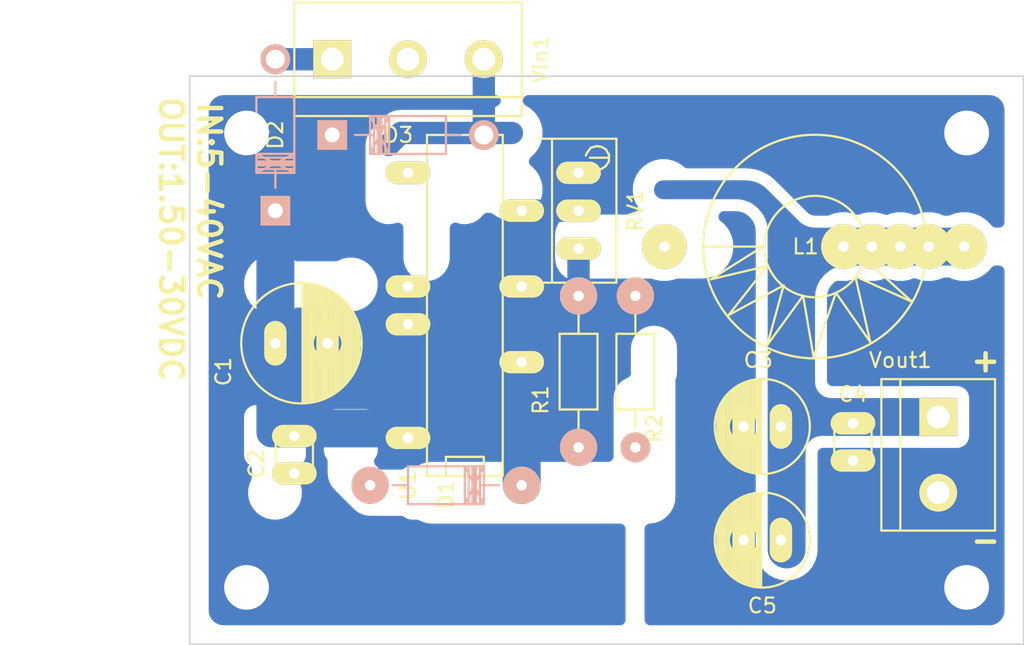
<source format=kicad_pcb>
(kicad_pcb (version 4) (host pcbnew "(after 2015-mar-04 BZR unknown)-product")

  (general
    (links 36)
    (no_connects 0)
    (area 85.28143 32.075 158.950046 77.69626)
    (thickness 1.6)
    (drawings 11)
    (tracks 10)
    (zones 0)
    (modules 23)
    (nets 10)
  )

  (page A4)
  (layers
    (0 F.Cu signal)
    (31 B.Cu signal)
    (32 B.Adhes user)
    (33 F.Adhes user)
    (34 B.Paste user)
    (35 F.Paste user)
    (36 B.SilkS user)
    (37 F.SilkS user)
    (38 B.Mask user)
    (39 F.Mask user)
    (40 Dwgs.User user)
    (41 Cmts.User user)
    (42 Eco1.User user)
    (43 Eco2.User user)
    (44 Edge.Cuts user)
    (45 Margin user)
    (46 B.CrtYd user)
    (47 F.CrtYd user)
    (48 B.Fab user)
    (49 F.Fab user hide)
  )

  (setup
    (last_trace_width 1.5)
    (trace_clearance 0.8)
    (zone_clearance 0.8)
    (zone_45_only no)
    (trace_min 0.7)
    (segment_width 0.2)
    (edge_width 0.1)
    (via_size 2)
    (via_drill 0.7)
    (via_min_size 1.5)
    (via_min_drill 0.3)
    (uvia_size 0.3)
    (uvia_drill 0.1)
    (uvias_allowed no)
    (uvia_min_size 0.2)
    (uvia_min_drill 0.1)
    (pcb_text_width 0.3)
    (pcb_text_size 1.5 1.5)
    (mod_edge_width 0.15)
    (mod_text_size 1 1)
    (mod_text_width 0.15)
    (pad_size 3 1.5)
    (pad_drill 0.7)
    (pad_to_mask_clearance 0)
    (aux_axis_origin 0 0)
    (grid_origin 101.6 71.12)
    (visible_elements 7FFEFF7F)
    (pcbplotparams
      (layerselection 0x01030_80000001)
      (usegerberextensions false)
      (excludeedgelayer true)
      (linewidth 0.100000)
      (plotframeref false)
      (viasonmask false)
      (mode 1)
      (useauxorigin false)
      (hpglpennumber 1)
      (hpglpenspeed 20)
      (hpglpendiameter 15)
      (hpglpenoverlay 2)
      (psnegative false)
      (psa4output false)
      (plotreference true)
      (plotvalue true)
      (plotinvisibletext false)
      (padsonsilk false)
      (subtractmaskfromsilk false)
      (outputformat 1)
      (mirror false)
      (drillshape 0)
      (scaleselection 1)
      (outputdirectory ""))
  )

  (net 0 "")
  (net 1 GND)
  (net 2 "Net-(C1-Pad1)")
  (net 3 "Net-(C3-Pad1)")
  (net 4 "Net-(D1-Pad2)")
  (net 5 "Net-(R1-Pad2)")
  (net 6 "Net-(R2-Pad1)")
  (net 7 "Net-(RV1-Pad2)")
  (net 8 "Net-(D2-Pad1)")
  (net 9 "Net-(D3-Pad1)")

  (net_class Default "This is the default net class."
    (clearance 0.8)
    (trace_width 1.5)
    (via_dia 2)
    (via_drill 0.7)
    (uvia_dia 0.3)
    (uvia_drill 0.1)
    (add_net GND)
    (add_net "Net-(C1-Pad1)")
    (add_net "Net-(C3-Pad1)")
    (add_net "Net-(D1-Pad2)")
    (add_net "Net-(D2-Pad1)")
    (add_net "Net-(D3-Pad1)")
    (add_net "Net-(R1-Pad2)")
    (add_net "Net-(R2-Pad1)")
    (add_net "Net-(RV1-Pad2)")
  )

  (module Connect:1pin (layer F.Cu) (tedit 5565C8D1) (tstamp 55677895)
    (at 145.415 48.26)
    (descr "module 1 pin (ou trou mecanique de percage)")
    (tags DEV)
    (fp_text reference REF** (at 0 -3.048) (layer F.SilkS) hide
      (effects (font (size 1 1) (thickness 0.15)))
    )
    (fp_text value 1pin (at 0 2.794) (layer F.Fab)
      (effects (font (size 1 1) (thickness 0.15)))
    )
    (pad 1 thru_hole circle (at 0 0) (size 2.99974 2.99974) (drill 0.7) (layers *.Cu *.Mask F.SilkS)
      (net 3 "Net-(C3-Pad1)"))
  )

  (module Connect:1pin (layer F.Cu) (tedit 5565C8C6) (tstamp 55677887)
    (at 147.32 48.26)
    (descr "module 1 pin (ou trou mecanique de percage)")
    (tags DEV)
    (fp_text reference REF** (at 0 -3.048) (layer F.SilkS) hide
      (effects (font (size 1 1) (thickness 0.15)))
    )
    (fp_text value 1pin (at 0 2.794) (layer F.Fab)
      (effects (font (size 1 1) (thickness 0.15)))
    )
    (pad 1 thru_hole circle (at 0 0) (size 2.99974 2.99974) (drill 0.7) (layers *.Cu *.Mask F.SilkS)
      (net 3 "Net-(C3-Pad1)"))
  )

  (module Connect:1pin (layer F.Cu) (tedit 5565C8BB) (tstamp 5567789A)
    (at 143.51 48.26)
    (descr "module 1 pin (ou trou mecanique de percage)")
    (tags DEV)
    (fp_text reference REF** (at 0 -3.048) (layer F.SilkS) hide
      (effects (font (size 1 1) (thickness 0.15)))
    )
    (fp_text value 1pin (at 0 2.794) (layer F.Fab)
      (effects (font (size 1 1) (thickness 0.15)))
    )
    (pad 1 thru_hole circle (at 0 0) (size 2.99974 2.99974) (drill 0.7) (layers *.Cu *.Mask F.SilkS)
      (net 3 "Net-(C3-Pad1)"))
  )

  (module Connect:1pin (layer F.Cu) (tedit 5565C8AF) (tstamp 5567789F)
    (at 141.605 48.26)
    (descr "module 1 pin (ou trou mecanique de percage)")
    (tags DEV)
    (fp_text reference REF** (at 0 -3.048) (layer F.SilkS) hide
      (effects (font (size 1 1) (thickness 0.15)))
    )
    (fp_text value 1pin (at 0 2.794) (layer F.Fab)
      (effects (font (size 1 1) (thickness 0.15)))
    )
    (pad 1 thru_hole circle (at 0 0) (size 2.99974 2.99974) (drill 0.7) (layers *.Cu *.Mask F.SilkS)
      (net 3 "Net-(C3-Pad1)"))
  )

  (module Diodes_ThroughHole:Diode_DO-41_SOD81_Horizontal_RM10 (layer B.Cu) (tedit 0) (tstamp 5567A31C)
    (at 112.420017 40.773579 180)
    (descr "Diode, DO-41, SOD81, Horizontal, RM 10mm,")
    (tags "Diode, DO-41, SOD81, Horizontal, RM 10mm, 1N4007, SB140,")
    (path /5564B2C0)
    (fp_text reference D3 (at 0.635 0 180) (layer F.SilkS)
      (effects (font (size 1 1) (thickness 0.15)))
    )
    (fp_text value D (at -1.016 3.556 180) (layer B.Fab)
      (effects (font (size 1 1) (thickness 0.15)) (justify mirror))
    )
    (fp_line (start -2.54 0) (end -3.556 0) (layer B.SilkS) (width 0.15))
    (fp_line (start 2.286 0) (end 3.556 0) (layer B.SilkS) (width 0.15))
    (fp_line (start 2.032 1.27) (end 2.032 -1.27) (layer B.SilkS) (width 0.15))
    (fp_line (start 1.778 1.27) (end 1.778 -1.27) (layer B.SilkS) (width 0.15))
    (fp_line (start 1.524 1.27) (end 1.524 -1.27) (layer B.SilkS) (width 0.15))
    (fp_line (start 2.286 1.27) (end 2.286 -1.27) (layer B.SilkS) (width 0.15))
    (fp_line (start 1.27 1.27) (end 2.54 -1.27) (layer B.SilkS) (width 0.15))
    (fp_line (start 2.54 1.27) (end 1.27 -1.27) (layer B.SilkS) (width 0.15))
    (fp_line (start 1.27 1.27) (end 1.27 -1.27) (layer B.SilkS) (width 0.15))
    (fp_line (start 1.905 1.27) (end 1.905 -1.27) (layer B.SilkS) (width 0.15))
    (fp_line (start 2.54 -1.27) (end 2.54 1.27) (layer B.SilkS) (width 0.15))
    (fp_line (start 2.54 1.27) (end -2.54 1.27) (layer B.SilkS) (width 0.15))
    (fp_line (start -2.54 1.27) (end -2.54 -1.27) (layer B.SilkS) (width 0.15))
    (fp_line (start -2.54 -1.27) (end 2.54 -1.27) (layer B.SilkS) (width 0.15))
    (pad 1 thru_hole circle (at -5.08 0 180) (size 1.99898 1.99898) (drill 1.27) (layers *.Cu *.Mask B.SilkS)
      (net 9 "Net-(D3-Pad1)"))
    (pad 2 thru_hole rect (at 5.08 0 180) (size 1.99898 1.99898) (drill 1.00076) (layers *.Cu *.Mask B.SilkS)
      (net 2 "Net-(C1-Pad1)"))
  )

  (module Mounting_Holes:MountingHole_3mm locked (layer F.Cu) (tedit 5532CFF2) (tstamp 5520B479)
    (at 149.86 40.64)
    (descr "Mounting hole, Befestigungsbohrung, 3mm, No Annular, Kein Restring,")
    (tags "Mounting hole, Befestigungsbohrung, 3mm, No Annular, Kein Restring,")
    (fp_text reference REF** (at 0 -4.0005) (layer F.SilkS) hide
      (effects (font (size 1 1) (thickness 0.15)))
    )
    (fp_text value MountingHole_3mm (at 0 -6.35) (layer F.Fab) hide
      (effects (font (size 1 1) (thickness 0.15)))
    )
    (fp_circle (center 0 0) (end 2.99974 0) (layer Cmts.User) (width 0.381))
    (pad 1 thru_hole circle (at 0 0) (size 2.99974 2.99974) (drill 2.99974) (layers B.Cu)
      (net 1 GND))
  )

  (module Diodes_ThroughHole:Diode_DO-41_SOD81_Horizontal_RM10 placed (layer B.Cu) (tedit 551FE7D7) (tstamp 551AFF1D)
    (at 114.960017 64.268579)
    (descr "Diode, DO-41, SOD81, Horizontal, RM 10mm,")
    (tags "Diode, DO-41, SOD81, Horizontal, RM 10mm, 1N4007, SB140,")
    (path /551AE766)
    (fp_text reference D1 (at 0 0.635 90) (layer F.SilkS)
      (effects (font (size 1 1) (thickness 0.15)))
    )
    (fp_text value D_Schottky (at 1.27 2.54) (layer B.Fab) hide
      (effects (font (size 1 1) (thickness 0.15)) (justify mirror))
    )
    (fp_line (start -2.54 0) (end -3.556 0) (layer B.SilkS) (width 0.15))
    (fp_line (start 2.286 0) (end 3.556 0) (layer B.SilkS) (width 0.15))
    (fp_line (start 2.032 1.27) (end 2.032 -1.27) (layer B.SilkS) (width 0.15))
    (fp_line (start 1.778 1.27) (end 1.778 -1.27) (layer B.SilkS) (width 0.15))
    (fp_line (start 1.524 1.27) (end 1.524 -1.27) (layer B.SilkS) (width 0.15))
    (fp_line (start 2.286 1.27) (end 2.286 -1.27) (layer B.SilkS) (width 0.15))
    (fp_line (start 1.27 1.27) (end 2.54 -1.27) (layer B.SilkS) (width 0.15))
    (fp_line (start 2.54 1.27) (end 1.27 -1.27) (layer B.SilkS) (width 0.15))
    (fp_line (start 1.27 1.27) (end 1.27 -1.27) (layer B.SilkS) (width 0.15))
    (fp_line (start 1.905 1.27) (end 1.905 -1.27) (layer B.SilkS) (width 0.15))
    (fp_line (start 2.54 -1.27) (end 2.54 1.27) (layer B.SilkS) (width 0.15))
    (fp_line (start 2.54 1.27) (end -2.54 1.27) (layer B.SilkS) (width 0.15))
    (fp_line (start -2.54 1.27) (end -2.54 -1.27) (layer B.SilkS) (width 0.15))
    (fp_line (start -2.54 -1.27) (end 2.54 -1.27) (layer B.SilkS) (width 0.15))
    (pad 1 thru_hole circle (at -5.08 0) (size 2.5 2.5) (drill 0.7) (layers *.Cu *.SilkS *.Mask)
      (net 1 GND))
    (pad 2 thru_hole circle (at 5.08 0) (size 2.5 2.5) (drill 0.7) (layers *.Cu *.SilkS *.Mask)
      (net 4 "Net-(D1-Pad2)"))
  )

  (module Choke_Toroid_ThroughHole:Choke_Toroid_horizontal_Diameter14mm_Amidon-T50 placed (layer F.Cu) (tedit 551DB0ED) (tstamp 551AFF23)
    (at 139.7 48.26)
    (descr "Choke, Inductance, Toroid, horizontal, laying, Diameter 14mm, Amidon T50,")
    (tags "Choke, Inductance, Toroid, horizontal, laying, Diameter 14mm, Amidon T50,")
    (path /551AE8A6)
    (fp_text reference L1 (at -0.635 0) (layer F.SilkS)
      (effects (font (size 1 1) (thickness 0.15)))
    )
    (fp_text value 220uH (at 9.652 -3.556) (layer F.Fab)
      (effects (font (size 1 1) (thickness 0.15)))
    )
    (fp_line (start -7.50062 0) (end -3.50012 0) (layer F.SilkS) (width 0.15))
    (fp_line (start -3.50012 0) (end -7.00024 2.19964) (layer F.SilkS) (width 0.15))
    (fp_line (start -7.00024 2.19964) (end -3.2004 1.30048) (layer F.SilkS) (width 0.15))
    (fp_line (start -3.2004 1.30048) (end -5.79882 4.59994) (layer F.SilkS) (width 0.15))
    (fp_line (start -5.79882 4.59994) (end -2.10058 2.60096) (layer F.SilkS) (width 0.15))
    (fp_line (start -2.10058 2.60096) (end -3.2004 6.59892) (layer F.SilkS) (width 0.15))
    (fp_line (start -3.2004 6.59892) (end -0.8001 3.29946) (layer F.SilkS) (width 0.15))
    (fp_line (start -0.8001 3.29946) (end -0.09906 7.39902) (layer F.SilkS) (width 0.15))
    (fp_line (start -0.09906 7.39902) (end 1.39954 3.0988) (layer F.SilkS) (width 0.15))
    (fp_line (start 1.39954 3.0988) (end 3.70078 6.4008) (layer F.SilkS) (width 0.15))
    (fp_line (start 3.70078 6.4008) (end 2.70002 1.99898) (layer F.SilkS) (width 0.15))
    (fp_line (start 2.70002 1.99898) (end 6.49986 3.70078) (layer F.SilkS) (width 0.15))
    (fp_line (start 6.49986 3.70078) (end 3.29946 0.8001) (layer F.SilkS) (width 0.15))
    (fp_line (start 3.29946 0.8001) (end 7.39902 1.09982) (layer F.SilkS) (width 0.15))
    (fp_line (start 7.39902 1.09982) (end 3.40106 -0.09906) (layer F.SilkS) (width 0.15))
    (fp_line (start 3.40106 -0.09906) (end 7.50062 0) (layer F.SilkS) (width 0.15))
    (fp_circle (center 0 0) (end 3.40106 0) (layer F.SilkS) (width 0.15))
    (fp_circle (center 0 0) (end 7.50062 0) (layer F.SilkS) (width 0.15))
    (fp_text user End (at 9.90092 2.54) (layer F.SilkS) hide
      (effects (font (size 1 1) (thickness 0.15)))
    )
    (fp_text user Start (at -10.16 -2.54) (layer F.SilkS) hide
      (effects (font (size 1 1) (thickness 0.15)))
    )
    (pad 1 thru_hole circle (at -10.09904 0) (size 2.99974 2.99974) (drill 0.7) (layers *.Cu *.Mask F.SilkS)
      (net 4 "Net-(D1-Pad2)"))
    (pad 2 thru_hole circle (at 9.99998 0) (size 2.99974 2.99974) (drill 0.7) (layers *.Cu *.Mask F.SilkS)
      (net 3 "Net-(C3-Pad1)"))
  )

  (module Resistors_ThroughHole:Resistor_Horizontal_RM10mm placed (layer F.Cu) (tedit 551EE762) (tstamp 551AFF35)
    (at 123.850017 56.648579 90)
    (descr "Resistor, Axial,  RM 10mm, 1/3W,")
    (tags "Resistor, Axial, RM 10mm, 1/3W,")
    (path /551AF772)
    (fp_text reference R1 (at -1.905 -2.54 90) (layer F.SilkS)
      (effects (font (size 1 1) (thickness 0.15)))
    )
    (fp_text value R (at -3.81 6.35 90) (layer F.Fab) hide
      (effects (font (size 1 1) (thickness 0.15)))
    )
    (fp_line (start -2.54 -1.27) (end 2.54 -1.27) (layer F.SilkS) (width 0.15))
    (fp_line (start 2.54 -1.27) (end 2.54 1.27) (layer F.SilkS) (width 0.15))
    (fp_line (start 2.54 1.27) (end -2.54 1.27) (layer F.SilkS) (width 0.15))
    (fp_line (start -2.54 1.27) (end -2.54 -1.27) (layer F.SilkS) (width 0.15))
    (fp_line (start -2.54 0) (end -3.81 0) (layer F.SilkS) (width 0.15))
    (fp_line (start 2.54 0) (end 3.81 0) (layer F.SilkS) (width 0.15))
    (pad 1 thru_hole circle (at -5.08 0 90) (size 2.5 2.5) (drill 0.7) (layers *.Cu *.SilkS *.Mask)
      (net 3 "Net-(C3-Pad1)"))
    (pad 2 thru_hole circle (at 5.08 0 90) (size 2.5 2.5) (drill 0.7) (layers *.Cu *.SilkS *.Mask)
      (net 5 "Net-(R1-Pad2)"))
    (model Resistors_ThroughHole.3dshapes/Resistor_Horizontal_RM10mm.wrl
      (at (xyz 0 0 0))
      (scale (xyz 0.4 0.4 0.4))
      (rotate (xyz 0 0 0))
    )
  )

  (module Potentiometers:Potentiometer_Bourns_3296W_3-8Zoll_Inline_ScrewUp placed (layer F.Cu) (tedit 551EE75F) (tstamp 551AFF42)
    (at 123.850017 43.313579 180)
    (descr "3296, 3/8, Square, Trimpot, Trimming, Potentiometer, Bourns")
    (tags "3296, 3/8, Square, Trimpot, Trimming, Potentiometer, Bourns")
    (path /551AF60F)
    (fp_text reference RV1 (at -3.81 -2.54 270) (layer F.SilkS)
      (effects (font (size 1 1) (thickness 0.15)))
    )
    (fp_text value POT (at 1.27 5.08 180) (layer F.Fab) hide
      (effects (font (size 1 1) (thickness 0.15)))
    )
    (fp_line (start -2.032 1.016) (end -0.762 1.016) (layer F.SilkS) (width 0.15))
    (fp_line (start -1.2827 0.2286) (end -1.5367 0.2667) (layer F.SilkS) (width 0.15))
    (fp_line (start -1.5367 0.2667) (end -1.8161 0.4445) (layer F.SilkS) (width 0.15))
    (fp_line (start -1.8161 0.4445) (end -2.032 0.762) (layer F.SilkS) (width 0.15))
    (fp_line (start -2.032 0.762) (end -2.0447 1.2065) (layer F.SilkS) (width 0.15))
    (fp_line (start -2.0447 1.2065) (end -1.8415 1.5621) (layer F.SilkS) (width 0.15))
    (fp_line (start -1.8415 1.5621) (end -1.5494 1.7399) (layer F.SilkS) (width 0.15))
    (fp_line (start -1.5494 1.7399) (end -1.2319 1.7907) (layer F.SilkS) (width 0.15))
    (fp_line (start -1.2319 1.7907) (end -0.8255 1.6891) (layer F.SilkS) (width 0.15))
    (fp_line (start -0.8255 1.6891) (end -0.5715 1.3462) (layer F.SilkS) (width 0.15))
    (fp_line (start -0.5715 1.3462) (end -0.4826 1.1684) (layer F.SilkS) (width 0.15))
    (fp_line (start 1.778 -7.366) (end 1.778 2.286) (layer F.SilkS) (width 0.15))
    (fp_line (start -1.27 2.286) (end -2.54 2.286) (layer F.SilkS) (width 0.15))
    (fp_line (start -2.54 2.286) (end -2.54 -7.366) (layer F.SilkS) (width 0.15))
    (fp_line (start -2.54 -7.366) (end 2.54 -7.366) (layer F.SilkS) (width 0.15))
    (fp_line (start 2.54 2.286) (end 0 2.286) (layer F.SilkS) (width 0.15))
    (fp_line (start 0 2.286) (end -1.27 2.286) (layer F.SilkS) (width 0.15))
    (pad 2 thru_hole oval (at 0 -2.54 180) (size 3 1.5) (drill 0.7) (layers *.Cu *.Mask F.SilkS)
      (net 7 "Net-(RV1-Pad2)"))
    (pad 3 thru_hole oval (at 0 -5.08 180) (size 3 1.5) (drill 0.7) (layers *.Cu *.Mask F.SilkS)
      (net 5 "Net-(R1-Pad2)"))
    (pad 1 thru_hole oval (at 0 0 180) (size 3 1.5) (drill 0.7) (layers *.Cu *.Mask F.SilkS)
      (net 6 "Net-(R2-Pad1)"))
    (model Potentiometers.3dshapes/Potentiometer_Bourns_3296W_3-8Zoll_Inline_ScrewUp.wrl
      (at (xyz 0 0 0))
      (scale (xyz 1 1 1))
      (rotate (xyz 0 0 0))
    )
  )

  (module Housings_DIP:DIP-16__300_ELL placed (layer F.Cu) (tedit 551EE750) (tstamp 551AFF56)
    (at 116.230017 52.203579 90)
    (descr "16 pins DIL package, elliptical pads")
    (tags DIL)
    (path /551AE710)
    (fp_text reference U1 (at -12.065 -3.81 90) (layer F.SilkS)
      (effects (font (size 1 1) (thickness 0.15)))
    )
    (fp_text value TL2575 (at 1.27 0 90) (layer F.Fab)
      (effects (font (size 1 1) (thickness 0.15)))
    )
    (fp_line (start -11.43 -1.27) (end -11.43 -1.27) (layer F.SilkS) (width 0.15))
    (fp_line (start -11.43 -1.27) (end -10.16 -1.27) (layer F.SilkS) (width 0.15))
    (fp_line (start -10.16 -1.27) (end -10.16 1.27) (layer F.SilkS) (width 0.15))
    (fp_line (start -10.16 1.27) (end -11.43 1.27) (layer F.SilkS) (width 0.15))
    (fp_line (start -11.43 -2.54) (end 11.43 -2.54) (layer F.SilkS) (width 0.15))
    (fp_line (start 11.43 -2.54) (end 11.43 2.54) (layer F.SilkS) (width 0.15))
    (fp_line (start 11.43 2.54) (end -11.43 2.54) (layer F.SilkS) (width 0.15))
    (fp_line (start -11.43 2.54) (end -11.43 -2.54) (layer F.SilkS) (width 0.15))
    (pad 3 thru_hole oval (at -3.81 3.81 180) (size 3 1.5) (drill 0.7) (layers *.Cu *.Mask F.SilkS)
      (net 4 "Net-(D1-Pad2)"))
    (pad 5 thru_hole oval (at 1.27 3.81 180) (size 3 1.5) (drill 0.7) (layers *.Cu *.Mask F.SilkS)
      (net 1 GND))
    (pad 7 thru_hole oval (at 6.35 3.81 180) (size 3 1.5) (drill 0.7) (layers *.Cu *.Mask F.SilkS)
      (net 7 "Net-(RV1-Pad2)"))
    (pad 9 thru_hole oval (at 8.89 -3.81 180) (size 3 1.5) (drill 0.7) (layers *.Cu *.Mask F.SilkS)
      (net 1 GND))
    (pad 12 thru_hole oval (at 1.27 -3.81 180) (size 3 1.5) (drill 0.7) (layers *.Cu *.Mask F.SilkS)
      (net 1 GND))
    (pad 13 thru_hole oval (at -1.27 -3.81 180) (size 3 1.5) (drill 0.7) (layers *.Cu *.Mask F.SilkS)
      (net 1 GND))
    (pad 16 thru_hole oval (at -8.89 -3.81 180) (size 3 1.5) (drill 0.7) (layers *.Cu *.Mask F.SilkS)
      (net 2 "Net-(C1-Pad1)"))
    (model Sockets_DIP.3dshapes/DIP-16__300_ELL.wrl
      (at (xyz 0 0 0))
      (scale (xyz 1 1 1))
      (rotate (xyz 0 0 0))
    )
  )

  (module Resistors_ThroughHole:Resistor_Horizontal_RM10mm (layer F.Cu) (tedit 5565CA61) (tstamp 551AFF3B)
    (at 127.660017 56.648579 270)
    (descr "Resistor, Axial,  RM 10mm, 1/3W,")
    (tags "Resistor, Axial, RM 10mm, 1/3W,")
    (path /551AF7F2)
    (fp_text reference R2 (at 3.81 -1.27 270) (layer F.SilkS)
      (effects (font (size 1 1) (thickness 0.15)))
    )
    (fp_text value R (at 3.81 3.81 270) (layer F.Fab) hide
      (effects (font (size 1 1) (thickness 0.15)))
    )
    (fp_line (start -2.54 -1.27) (end 2.54 -1.27) (layer F.SilkS) (width 0.15))
    (fp_line (start 2.54 -1.27) (end 2.54 1.27) (layer F.SilkS) (width 0.15))
    (fp_line (start 2.54 1.27) (end -2.54 1.27) (layer F.SilkS) (width 0.15))
    (fp_line (start -2.54 1.27) (end -2.54 -1.27) (layer F.SilkS) (width 0.15))
    (fp_line (start -2.54 0) (end -3.81 0) (layer F.SilkS) (width 0.15))
    (fp_line (start 2.54 0) (end 3.81 0) (layer F.SilkS) (width 0.15))
    (pad 1 thru_hole circle (at -5.08 0 270) (size 2.5 2.5) (drill 0.7) (layers *.Cu *.SilkS *.Mask)
      (net 6 "Net-(R2-Pad1)"))
    (pad 2 thru_hole circle (at 5.08 0 270) (size 2 2) (drill 0.7) (layers *.Cu *.SilkS *.Mask)
      (net 1 GND))
    (model Resistors_ThroughHole.3dshapes/Resistor_Horizontal_RM10mm.wrl
      (at (xyz 0 0 0))
      (scale (xyz 0.4 0.4 0.4))
      (rotate (xyz 0 0 0))
    )
  )

  (module Capacitors_ThroughHole:C_Radial_D8_L11.5_P3.5 (layer F.Cu) (tedit 551DB1A4) (tstamp 55223924)
    (at 103.530017 54.743579)
    (descr "Radial Electrolytic Capacitor Diameter 8mm x Length 11.5mm, Pitch 3.5mm")
    (tags "Electrolytic Capacitor")
    (path /551AED83)
    (fp_text reference C1 (at -3.485 1.905 90) (layer F.SilkS)
      (effects (font (size 1 1) (thickness 0.15)))
    )
    (fp_text value 3300uF (at 6.858 0.254 90) (layer F.Fab)
      (effects (font (size 1 1) (thickness 0.15)))
    )
    (fp_line (start 1.825 -3.999) (end 1.825 3.999) (layer F.SilkS) (width 0.15))
    (fp_line (start 1.965 -3.994) (end 1.965 3.994) (layer F.SilkS) (width 0.15))
    (fp_line (start 2.105 -3.984) (end 2.105 3.984) (layer F.SilkS) (width 0.15))
    (fp_line (start 2.245 -3.969) (end 2.245 3.969) (layer F.SilkS) (width 0.15))
    (fp_line (start 2.385 -3.949) (end 2.385 3.949) (layer F.SilkS) (width 0.15))
    (fp_line (start 2.525 -3.924) (end 2.525 -0.222) (layer F.SilkS) (width 0.15))
    (fp_line (start 2.525 0.222) (end 2.525 3.924) (layer F.SilkS) (width 0.15))
    (fp_line (start 2.665 -3.894) (end 2.665 -0.55) (layer F.SilkS) (width 0.15))
    (fp_line (start 2.665 0.55) (end 2.665 3.894) (layer F.SilkS) (width 0.15))
    (fp_line (start 2.805 -3.858) (end 2.805 -0.719) (layer F.SilkS) (width 0.15))
    (fp_line (start 2.805 0.719) (end 2.805 3.858) (layer F.SilkS) (width 0.15))
    (fp_line (start 2.945 -3.817) (end 2.945 -0.832) (layer F.SilkS) (width 0.15))
    (fp_line (start 2.945 0.832) (end 2.945 3.817) (layer F.SilkS) (width 0.15))
    (fp_line (start 3.085 -3.771) (end 3.085 -0.91) (layer F.SilkS) (width 0.15))
    (fp_line (start 3.085 0.91) (end 3.085 3.771) (layer F.SilkS) (width 0.15))
    (fp_line (start 3.225 -3.718) (end 3.225 -0.961) (layer F.SilkS) (width 0.15))
    (fp_line (start 3.225 0.961) (end 3.225 3.718) (layer F.SilkS) (width 0.15))
    (fp_line (start 3.365 -3.659) (end 3.365 -0.991) (layer F.SilkS) (width 0.15))
    (fp_line (start 3.365 0.991) (end 3.365 3.659) (layer F.SilkS) (width 0.15))
    (fp_line (start 3.505 -3.594) (end 3.505 -1) (layer F.SilkS) (width 0.15))
    (fp_line (start 3.505 1) (end 3.505 3.594) (layer F.SilkS) (width 0.15))
    (fp_line (start 3.645 -3.523) (end 3.645 -0.989) (layer F.SilkS) (width 0.15))
    (fp_line (start 3.645 0.989) (end 3.645 3.523) (layer F.SilkS) (width 0.15))
    (fp_line (start 3.785 -3.444) (end 3.785 -0.959) (layer F.SilkS) (width 0.15))
    (fp_line (start 3.785 0.959) (end 3.785 3.444) (layer F.SilkS) (width 0.15))
    (fp_line (start 3.925 -3.357) (end 3.925 -0.905) (layer F.SilkS) (width 0.15))
    (fp_line (start 3.925 0.905) (end 3.925 3.357) (layer F.SilkS) (width 0.15))
    (fp_line (start 4.065 -3.262) (end 4.065 -0.825) (layer F.SilkS) (width 0.15))
    (fp_line (start 4.065 0.825) (end 4.065 3.262) (layer F.SilkS) (width 0.15))
    (fp_line (start 4.205 -3.158) (end 4.205 -0.709) (layer F.SilkS) (width 0.15))
    (fp_line (start 4.205 0.709) (end 4.205 3.158) (layer F.SilkS) (width 0.15))
    (fp_line (start 4.345 -3.044) (end 4.345 -0.535) (layer F.SilkS) (width 0.15))
    (fp_line (start 4.345 0.535) (end 4.345 3.044) (layer F.SilkS) (width 0.15))
    (fp_line (start 4.485 -2.919) (end 4.485 -0.173) (layer F.SilkS) (width 0.15))
    (fp_line (start 4.485 0.173) (end 4.485 2.919) (layer F.SilkS) (width 0.15))
    (fp_line (start 4.625 -2.781) (end 4.625 2.781) (layer F.SilkS) (width 0.15))
    (fp_line (start 4.765 -2.629) (end 4.765 2.629) (layer F.SilkS) (width 0.15))
    (fp_line (start 4.905 -2.459) (end 4.905 2.459) (layer F.SilkS) (width 0.15))
    (fp_line (start 5.045 -2.268) (end 5.045 2.268) (layer F.SilkS) (width 0.15))
    (fp_line (start 5.185 -2.05) (end 5.185 2.05) (layer F.SilkS) (width 0.15))
    (fp_line (start 5.325 -1.794) (end 5.325 1.794) (layer F.SilkS) (width 0.15))
    (fp_line (start 5.465 -1.483) (end 5.465 1.483) (layer F.SilkS) (width 0.15))
    (fp_line (start 5.605 -1.067) (end 5.605 1.067) (layer F.SilkS) (width 0.15))
    (fp_line (start 5.745 -0.2) (end 5.745 0.2) (layer F.SilkS) (width 0.15))
    (fp_circle (center 3.5 0) (end 3.5 -1) (layer F.SilkS) (width 0.15))
    (fp_circle (center 1.75 0) (end 1.75 -4.0375) (layer F.SilkS) (width 0.15))
    (fp_circle (center 1.75 0) (end 1.75 -4.3) (layer F.CrtYd) (width 0.05))
    (pad 2 thru_hole oval (at 3.5 0 90) (size 3 1.5) (drill 0.7) (layers *.Cu *.Mask F.SilkS)
      (net 1 GND))
    (pad 1 thru_hole oval (at 0 0 90) (size 3 1.5) (drill 0.7) (layers *.Cu *.Mask F.SilkS)
      (net 2 "Net-(C1-Pad1)"))
    (model Capacitors_ThroughHole.3dshapes/C_Radial_D8_L11.5_P3.5.wrl
      (at (xyz 0 0 0))
      (scale (xyz 1 1 1))
      (rotate (xyz 0 0 0))
    )
  )

  (module Capacitors_ThroughHole:C_Radial_D6.3_L11.2_P2.5 (layer F.Cu) (tedit 551EE1DF) (tstamp 55223963)
    (at 137.414 60.325 180)
    (descr "Radial Electrolytic Capacitor, Diameter 6.3mm x Length 11.2mm, Pitch 2.5mm")
    (tags "Electrolytic Capacitor")
    (path /551AED38)
    (fp_text reference C3 (at 1.524 4.445 180) (layer F.SilkS)
      (effects (font (size 1 1) (thickness 0.15)))
    )
    (fp_text value 100uF (at -3.556 3.048 180) (layer F.Fab)
      (effects (font (size 1 1) (thickness 0.15)))
    )
    (fp_line (start 1.325 -3.149) (end 1.325 3.149) (layer F.SilkS) (width 0.15))
    (fp_line (start 1.465 -3.143) (end 1.465 3.143) (layer F.SilkS) (width 0.15))
    (fp_line (start 1.605 -3.13) (end 1.605 -0.446) (layer F.SilkS) (width 0.15))
    (fp_line (start 1.605 0.446) (end 1.605 3.13) (layer F.SilkS) (width 0.15))
    (fp_line (start 1.745 -3.111) (end 1.745 -0.656) (layer F.SilkS) (width 0.15))
    (fp_line (start 1.745 0.656) (end 1.745 3.111) (layer F.SilkS) (width 0.15))
    (fp_line (start 1.885 -3.085) (end 1.885 -0.789) (layer F.SilkS) (width 0.15))
    (fp_line (start 1.885 0.789) (end 1.885 3.085) (layer F.SilkS) (width 0.15))
    (fp_line (start 2.025 -3.053) (end 2.025 -0.88) (layer F.SilkS) (width 0.15))
    (fp_line (start 2.025 0.88) (end 2.025 3.053) (layer F.SilkS) (width 0.15))
    (fp_line (start 2.165 -3.014) (end 2.165 -0.942) (layer F.SilkS) (width 0.15))
    (fp_line (start 2.165 0.942) (end 2.165 3.014) (layer F.SilkS) (width 0.15))
    (fp_line (start 2.305 -2.968) (end 2.305 -0.981) (layer F.SilkS) (width 0.15))
    (fp_line (start 2.305 0.981) (end 2.305 2.968) (layer F.SilkS) (width 0.15))
    (fp_line (start 2.445 -2.915) (end 2.445 -0.998) (layer F.SilkS) (width 0.15))
    (fp_line (start 2.445 0.998) (end 2.445 2.915) (layer F.SilkS) (width 0.15))
    (fp_line (start 2.585 -2.853) (end 2.585 -0.996) (layer F.SilkS) (width 0.15))
    (fp_line (start 2.585 0.996) (end 2.585 2.853) (layer F.SilkS) (width 0.15))
    (fp_line (start 2.725 -2.783) (end 2.725 -0.974) (layer F.SilkS) (width 0.15))
    (fp_line (start 2.725 0.974) (end 2.725 2.783) (layer F.SilkS) (width 0.15))
    (fp_line (start 2.865 -2.704) (end 2.865 -0.931) (layer F.SilkS) (width 0.15))
    (fp_line (start 2.865 0.931) (end 2.865 2.704) (layer F.SilkS) (width 0.15))
    (fp_line (start 3.005 -2.616) (end 3.005 -0.863) (layer F.SilkS) (width 0.15))
    (fp_line (start 3.005 0.863) (end 3.005 2.616) (layer F.SilkS) (width 0.15))
    (fp_line (start 3.145 -2.516) (end 3.145 -0.764) (layer F.SilkS) (width 0.15))
    (fp_line (start 3.145 0.764) (end 3.145 2.516) (layer F.SilkS) (width 0.15))
    (fp_line (start 3.285 -2.404) (end 3.285 -0.619) (layer F.SilkS) (width 0.15))
    (fp_line (start 3.285 0.619) (end 3.285 2.404) (layer F.SilkS) (width 0.15))
    (fp_line (start 3.425 -2.279) (end 3.425 -0.38) (layer F.SilkS) (width 0.15))
    (fp_line (start 3.425 0.38) (end 3.425 2.279) (layer F.SilkS) (width 0.15))
    (fp_line (start 3.565 -2.136) (end 3.565 2.136) (layer F.SilkS) (width 0.15))
    (fp_line (start 3.705 -1.974) (end 3.705 1.974) (layer F.SilkS) (width 0.15))
    (fp_line (start 3.845 -1.786) (end 3.845 1.786) (layer F.SilkS) (width 0.15))
    (fp_line (start 3.985 -1.563) (end 3.985 1.563) (layer F.SilkS) (width 0.15))
    (fp_line (start 4.125 -1.287) (end 4.125 1.287) (layer F.SilkS) (width 0.15))
    (fp_line (start 4.265 -0.912) (end 4.265 0.912) (layer F.SilkS) (width 0.15))
    (fp_circle (center 2.5 0) (end 2.5 -1) (layer F.SilkS) (width 0.15))
    (fp_circle (center 1.25 0) (end 1.25 -3.1875) (layer F.SilkS) (width 0.15))
    (fp_circle (center 1.25 0) (end 1.25 -3.4) (layer F.CrtYd) (width 0.05))
    (pad 2 thru_hole oval (at 2.5 0 270) (size 3 1.5) (drill 0.7) (layers *.Cu *.Mask F.SilkS)
      (net 1 GND))
    (pad 1 thru_hole oval (at 0 0 270) (size 3 1.5) (drill 0.7) (layers *.Cu *.Mask F.SilkS)
      (net 3 "Net-(C3-Pad1)"))
    (model Capacitors_ThroughHole.3dshapes/C_Radial_D6.3_L11.2_P2.5.wrl
      (at (xyz 0 0 0))
      (scale (xyz 1 1 1))
      (rotate (xyz 0 0 0))
    )
  )

  (module Capacitors_ThroughHole:C_Disc_D3_P2.5 (layer F.Cu) (tedit 551DB191) (tstamp 5523D76D)
    (at 104.800017 60.966579 270)
    (descr "Capacitor 3mm Disc, Pitch 2.5mm")
    (tags Capacitor)
    (path /551AEDE2)
    (fp_text reference C2 (at 1.865 2.54 270) (layer F.SilkS)
      (effects (font (size 1 1) (thickness 0.15)))
    )
    (fp_text value 100nF (at 6.858 -0.254 360) (layer F.Fab)
      (effects (font (size 1 1) (thickness 0.15)))
    )
    (fp_line (start -0.9 -1.5) (end 3.4 -1.5) (layer F.CrtYd) (width 0.05))
    (fp_line (start 3.4 -1.5) (end 3.4 1.5) (layer F.CrtYd) (width 0.05))
    (fp_line (start 3.4 1.5) (end -0.9 1.5) (layer F.CrtYd) (width 0.05))
    (fp_line (start -0.9 1.5) (end -0.9 -1.5) (layer F.CrtYd) (width 0.05))
    (fp_line (start -0.25 -1.25) (end 2.75 -1.25) (layer F.SilkS) (width 0.15))
    (fp_line (start 2.75 1.25) (end -0.25 1.25) (layer F.SilkS) (width 0.15))
    (pad 1 thru_hole oval (at 0 0) (size 3 1.5) (drill 0.7) (layers *.Cu *.Mask F.SilkS)
      (net 2 "Net-(C1-Pad1)"))
    (pad 2 thru_hole oval (at 2.5 0) (size 3 1.5) (drill 0.7) (layers *.Cu *.Mask F.SilkS)
      (net 1 GND))
    (model Capacitors_ThroughHole.3dshapes/C_Disc_D3_P2.5.wrl
      (at (xyz 0.0492126 0 0))
      (scale (xyz 1 1 1))
      (rotate (xyz 0 0 0))
    )
  )

  (module Capacitors_ThroughHole:C_Disc_D3_P2.5 (layer F.Cu) (tedit 551DB1AC) (tstamp 5523D778)
    (at 142.24 60.111 270)
    (descr "Capacitor 3mm Disc, Pitch 2.5mm")
    (tags Capacitor)
    (path /551AEDA3)
    (fp_text reference C4 (at -1.945 0 360) (layer F.SilkS)
      (effects (font (size 1 1) (thickness 0.15)))
    )
    (fp_text value 100nF (at 1.016 -4.318 270) (layer F.Fab)
      (effects (font (size 1 1) (thickness 0.15)))
    )
    (fp_line (start -0.9 -1.5) (end 3.4 -1.5) (layer F.CrtYd) (width 0.05))
    (fp_line (start 3.4 -1.5) (end 3.4 1.5) (layer F.CrtYd) (width 0.05))
    (fp_line (start 3.4 1.5) (end -0.9 1.5) (layer F.CrtYd) (width 0.05))
    (fp_line (start -0.9 1.5) (end -0.9 -1.5) (layer F.CrtYd) (width 0.05))
    (fp_line (start -0.25 -1.25) (end 2.75 -1.25) (layer F.SilkS) (width 0.15))
    (fp_line (start 2.75 1.25) (end -0.25 1.25) (layer F.SilkS) (width 0.15))
    (pad 1 thru_hole oval (at 0 0) (size 3 1.5) (drill 0.7) (layers *.Cu *.Mask F.SilkS)
      (net 3 "Net-(C3-Pad1)"))
    (pad 2 thru_hole oval (at 2.5 0) (size 3 1.5) (drill 0.7) (layers *.Cu *.Mask F.SilkS)
      (net 1 GND))
    (model Capacitors_ThroughHole.3dshapes/C_Disc_D3_P2.5.wrl
      (at (xyz 0.0492126 0 0))
      (scale (xyz 1 1 1))
      (rotate (xyz 0 0 0))
    )
  )

  (module Mounting_Holes:MountingHole_3mm locked (layer F.Cu) (tedit 5532CFF9) (tstamp 5520B46E)
    (at 101.6 71.12)
    (descr "Mounting hole, Befestigungsbohrung, 3mm, No Annular, Kein Restring,")
    (tags "Mounting hole, Befestigungsbohrung, 3mm, No Annular, Kein Restring,")
    (fp_text reference REF** (at 0 3.81) (layer F.SilkS) hide
      (effects (font (size 1 1) (thickness 0.15)))
    )
    (fp_text value MountingHole_3mm (at 1.00076 5.00126) (layer F.Fab) hide
      (effects (font (size 1 1) (thickness 0.15)))
    )
    (fp_circle (center 0 0) (end 2.99974 0) (layer Cmts.User) (width 0.381))
    (pad 1 thru_hole circle (at 0 0) (size 2.99974 2.99974) (drill 2.99974) (layers B.Cu)
      (net 1 GND))
  )

  (module Mounting_Holes:MountingHole_3mm locked (layer F.Cu) (tedit 5532CFF0) (tstamp 5520B48F)
    (at 101.6 40.64)
    (descr "Mounting hole, Befestigungsbohrung, 3mm, No Annular, Kein Restring,")
    (tags "Mounting hole, Befestigungsbohrung, 3mm, No Annular, Kein Restring,")
    (fp_text reference REF** (at 0 -4.0005) (layer F.SilkS) hide
      (effects (font (size 1 1) (thickness 0.15)))
    )
    (fp_text value MountingHole_3mm (at 1.27 -6.35) (layer F.Fab) hide
      (effects (font (size 1 1) (thickness 0.15)))
    )
    (fp_circle (center 0 0) (end 2.99974 0) (layer Cmts.User) (width 0.381))
    (pad 1 thru_hole circle (at 0 0) (size 2.99974 2.99974) (drill 2.99974) (layers B.Cu)
      (net 1 GND))
  )

  (module Mounting_Holes:MountingHole_3mm locked (layer F.Cu) (tedit 5532CFF6) (tstamp 5520B49A)
    (at 149.86 71.12)
    (descr "Mounting hole, Befestigungsbohrung, 3mm, No Annular, Kein Restring,")
    (tags "Mounting hole, Befestigungsbohrung, 3mm, No Annular, Kein Restring,")
    (fp_text reference REF** (at 0 3.81) (layer F.SilkS) hide
      (effects (font (size 1 1) (thickness 0.15)))
    )
    (fp_text value MountingHole_3mm (at 1.00076 5.00126) (layer F.Fab) hide
      (effects (font (size 1 1) (thickness 0.15)))
    )
    (fp_circle (center 0 0) (end 2.99974 0) (layer Cmts.User) (width 0.381))
    (pad 1 thru_hole circle (at 0 0) (size 2.99974 2.99974) (drill 2.99974) (layers B.Cu)
      (net 1 GND))
  )

  (module Diodes_ThroughHole:Diode_DO-41_SOD81_Horizontal_RM10 (layer B.Cu) (tedit 0) (tstamp 5567A308)
    (at 103.530017 40.773579 270)
    (descr "Diode, DO-41, SOD81, Horizontal, RM 10mm,")
    (tags "Diode, DO-41, SOD81, Horizontal, RM 10mm, 1N4007, SB140,")
    (path /5564B16C)
    (fp_text reference D2 (at 0 0 270) (layer F.SilkS)
      (effects (font (size 1 1) (thickness 0.15)))
    )
    (fp_text value D (at -1.016 3.556 270) (layer B.Fab)
      (effects (font (size 1 1) (thickness 0.15)) (justify mirror))
    )
    (fp_line (start -2.54 0) (end -3.556 0) (layer B.SilkS) (width 0.15))
    (fp_line (start 2.286 0) (end 3.556 0) (layer B.SilkS) (width 0.15))
    (fp_line (start 2.032 1.27) (end 2.032 -1.27) (layer B.SilkS) (width 0.15))
    (fp_line (start 1.778 1.27) (end 1.778 -1.27) (layer B.SilkS) (width 0.15))
    (fp_line (start 1.524 1.27) (end 1.524 -1.27) (layer B.SilkS) (width 0.15))
    (fp_line (start 2.286 1.27) (end 2.286 -1.27) (layer B.SilkS) (width 0.15))
    (fp_line (start 1.27 1.27) (end 2.54 -1.27) (layer B.SilkS) (width 0.15))
    (fp_line (start 2.54 1.27) (end 1.27 -1.27) (layer B.SilkS) (width 0.15))
    (fp_line (start 1.27 1.27) (end 1.27 -1.27) (layer B.SilkS) (width 0.15))
    (fp_line (start 1.905 1.27) (end 1.905 -1.27) (layer B.SilkS) (width 0.15))
    (fp_line (start 2.54 -1.27) (end 2.54 1.27) (layer B.SilkS) (width 0.15))
    (fp_line (start 2.54 1.27) (end -2.54 1.27) (layer B.SilkS) (width 0.15))
    (fp_line (start -2.54 1.27) (end -2.54 -1.27) (layer B.SilkS) (width 0.15))
    (fp_line (start -2.54 -1.27) (end 2.54 -1.27) (layer B.SilkS) (width 0.15))
    (pad 1 thru_hole circle (at -5.08 0 270) (size 1.99898 1.99898) (drill 1.27) (layers *.Cu *.Mask B.SilkS)
      (net 8 "Net-(D2-Pad1)"))
    (pad 2 thru_hole rect (at 5.08 0 270) (size 1.99898 1.99898) (drill 1.00076) (layers *.Cu *.Mask B.SilkS)
      (net 2 "Net-(C1-Pad1)"))
  )

  (module Connect:bornier3 (layer F.Cu) (tedit 0) (tstamp 5564E62B)
    (at 112.420017 35.693579)
    (descr "Bornier d'alimentation 3 pins")
    (tags DEV)
    (path /5564AF0F)
    (fp_text reference Vin1 (at 8.89 0 270) (layer F.SilkS)
      (effects (font (size 1 1) (thickness 0.15)))
    )
    (fp_text value CONN_01X03 (at 0 5.08) (layer F.Fab)
      (effects (font (size 1 1) (thickness 0.15)))
    )
    (fp_line (start -7.62 3.81) (end -7.62 -3.81) (layer F.SilkS) (width 0.15))
    (fp_line (start 7.62 3.81) (end 7.62 -3.81) (layer F.SilkS) (width 0.15))
    (fp_line (start -7.62 2.54) (end 7.62 2.54) (layer F.SilkS) (width 0.15))
    (fp_line (start -7.62 -3.81) (end 7.62 -3.81) (layer F.SilkS) (width 0.15))
    (fp_line (start -7.62 3.81) (end 7.62 3.81) (layer F.SilkS) (width 0.15))
    (pad 1 thru_hole rect (at -5.08 0) (size 2.54 2.54) (drill 1.524) (layers *.Cu *.Mask F.SilkS)
      (net 8 "Net-(D2-Pad1)"))
    (pad 2 thru_hole circle (at 0 0) (size 2.54 2.54) (drill 1.524) (layers *.Cu *.Mask F.SilkS)
      (net 1 GND))
    (pad 3 thru_hole circle (at 5.08 0) (size 2.54 2.54) (drill 1.524) (layers *.Cu *.Mask F.SilkS)
      (net 9 "Net-(D3-Pad1)"))
    (model Connect.3dshapes/bornier3.wrl
      (at (xyz 0 0 0))
      (scale (xyz 1 1 1))
      (rotate (xyz 0 0 0))
    )
  )

  (module Connect:bornier2 (layer F.Cu) (tedit 0) (tstamp 5564E631)
    (at 147.955 62.23 270)
    (descr "Bornier d'alimentation 2 pins")
    (tags DEV)
    (path /551AF1CE)
    (fp_text reference Vout1 (at -6.35 2.54 360) (layer F.SilkS)
      (effects (font (size 1 1) (thickness 0.15)))
    )
    (fp_text value CONN_01X02 (at 0 5.08 270) (layer F.Fab)
      (effects (font (size 1 1) (thickness 0.15)))
    )
    (fp_line (start 5.08 2.54) (end -5.08 2.54) (layer F.SilkS) (width 0.15))
    (fp_line (start 5.08 3.81) (end 5.08 -3.81) (layer F.SilkS) (width 0.15))
    (fp_line (start 5.08 -3.81) (end -5.08 -3.81) (layer F.SilkS) (width 0.15))
    (fp_line (start -5.08 -3.81) (end -5.08 3.81) (layer F.SilkS) (width 0.15))
    (fp_line (start -5.08 3.81) (end 5.08 3.81) (layer F.SilkS) (width 0.15))
    (pad 1 thru_hole rect (at -2.54 0 270) (size 2.54 2.54) (drill 1.524) (layers *.Cu *.Mask F.SilkS)
      (net 3 "Net-(C3-Pad1)"))
    (pad 2 thru_hole circle (at 2.54 0 270) (size 2.54 2.54) (drill 1.524) (layers *.Cu *.Mask F.SilkS)
      (net 1 GND))
    (model Connect.3dshapes/bornier2.wrl
      (at (xyz 0 0 0))
      (scale (xyz 1 1 1))
      (rotate (xyz 0 0 0))
    )
  )

  (module Capacitors_ThroughHole:C_Radial_D6.3_L11.2_P2.5 (layer F.Cu) (tedit 5565CB27) (tstamp 55677B99)
    (at 137.414 67.945 180)
    (descr "Radial Electrolytic Capacitor, Diameter 6.3mm x Length 11.2mm, Pitch 2.5mm")
    (tags "Electrolytic Capacitor")
    (path /5565CBDE)
    (fp_text reference C5 (at 1.25 -4.4 180) (layer F.SilkS)
      (effects (font (size 1 1) (thickness 0.15)))
    )
    (fp_text value 100uF (at 1.25 4.4 180) (layer F.Fab)
      (effects (font (size 1 1) (thickness 0.15)))
    )
    (fp_line (start 1.325 -3.149) (end 1.325 3.149) (layer F.SilkS) (width 0.15))
    (fp_line (start 1.465 -3.143) (end 1.465 3.143) (layer F.SilkS) (width 0.15))
    (fp_line (start 1.605 -3.13) (end 1.605 -0.446) (layer F.SilkS) (width 0.15))
    (fp_line (start 1.605 0.446) (end 1.605 3.13) (layer F.SilkS) (width 0.15))
    (fp_line (start 1.745 -3.111) (end 1.745 -0.656) (layer F.SilkS) (width 0.15))
    (fp_line (start 1.745 0.656) (end 1.745 3.111) (layer F.SilkS) (width 0.15))
    (fp_line (start 1.885 -3.085) (end 1.885 -0.789) (layer F.SilkS) (width 0.15))
    (fp_line (start 1.885 0.789) (end 1.885 3.085) (layer F.SilkS) (width 0.15))
    (fp_line (start 2.025 -3.053) (end 2.025 -0.88) (layer F.SilkS) (width 0.15))
    (fp_line (start 2.025 0.88) (end 2.025 3.053) (layer F.SilkS) (width 0.15))
    (fp_line (start 2.165 -3.014) (end 2.165 -0.942) (layer F.SilkS) (width 0.15))
    (fp_line (start 2.165 0.942) (end 2.165 3.014) (layer F.SilkS) (width 0.15))
    (fp_line (start 2.305 -2.968) (end 2.305 -0.981) (layer F.SilkS) (width 0.15))
    (fp_line (start 2.305 0.981) (end 2.305 2.968) (layer F.SilkS) (width 0.15))
    (fp_line (start 2.445 -2.915) (end 2.445 -0.998) (layer F.SilkS) (width 0.15))
    (fp_line (start 2.445 0.998) (end 2.445 2.915) (layer F.SilkS) (width 0.15))
    (fp_line (start 2.585 -2.853) (end 2.585 -0.996) (layer F.SilkS) (width 0.15))
    (fp_line (start 2.585 0.996) (end 2.585 2.853) (layer F.SilkS) (width 0.15))
    (fp_line (start 2.725 -2.783) (end 2.725 -0.974) (layer F.SilkS) (width 0.15))
    (fp_line (start 2.725 0.974) (end 2.725 2.783) (layer F.SilkS) (width 0.15))
    (fp_line (start 2.865 -2.704) (end 2.865 -0.931) (layer F.SilkS) (width 0.15))
    (fp_line (start 2.865 0.931) (end 2.865 2.704) (layer F.SilkS) (width 0.15))
    (fp_line (start 3.005 -2.616) (end 3.005 -0.863) (layer F.SilkS) (width 0.15))
    (fp_line (start 3.005 0.863) (end 3.005 2.616) (layer F.SilkS) (width 0.15))
    (fp_line (start 3.145 -2.516) (end 3.145 -0.764) (layer F.SilkS) (width 0.15))
    (fp_line (start 3.145 0.764) (end 3.145 2.516) (layer F.SilkS) (width 0.15))
    (fp_line (start 3.285 -2.404) (end 3.285 -0.619) (layer F.SilkS) (width 0.15))
    (fp_line (start 3.285 0.619) (end 3.285 2.404) (layer F.SilkS) (width 0.15))
    (fp_line (start 3.425 -2.279) (end 3.425 -0.38) (layer F.SilkS) (width 0.15))
    (fp_line (start 3.425 0.38) (end 3.425 2.279) (layer F.SilkS) (width 0.15))
    (fp_line (start 3.565 -2.136) (end 3.565 2.136) (layer F.SilkS) (width 0.15))
    (fp_line (start 3.705 -1.974) (end 3.705 1.974) (layer F.SilkS) (width 0.15))
    (fp_line (start 3.845 -1.786) (end 3.845 1.786) (layer F.SilkS) (width 0.15))
    (fp_line (start 3.985 -1.563) (end 3.985 1.563) (layer F.SilkS) (width 0.15))
    (fp_line (start 4.125 -1.287) (end 4.125 1.287) (layer F.SilkS) (width 0.15))
    (fp_line (start 4.265 -0.912) (end 4.265 0.912) (layer F.SilkS) (width 0.15))
    (fp_circle (center 2.5 0) (end 2.5 -1) (layer F.SilkS) (width 0.15))
    (fp_circle (center 1.25 0) (end 1.25 -3.1875) (layer F.SilkS) (width 0.15))
    (fp_circle (center 1.25 0) (end 1.25 -3.4) (layer F.CrtYd) (width 0.05))
    (pad 2 thru_hole oval (at 2.5 0 270) (size 3 1.5) (drill 0.7) (layers *.Cu *.Mask F.SilkS)
      (net 1 GND))
    (pad 1 thru_hole oval (at 0 0 270) (size 3 1.5) (drill 0.7) (layers *.Cu *.Mask F.SilkS)
      (net 3 "Net-(C3-Pad1)"))
    (model Capacitors_ThroughHole.3dshapes/C_Radial_D6.3_L11.2_P2.5.wrl
      (at (xyz 0 0 0))
      (scale (xyz 1 1 1))
      (rotate (xyz 0 0 0))
    )
  )

  (gr_text IN:5-40VAC (at 99.085017 45.218579 270) (layer F.SilkS) (tstamp 556654B8)
    (effects (font (size 1.5 1.5) (thickness 0.3)))
  )
  (gr_text OUT:1.50-30VDC (at 96.545017 47.758579 270) (layer F.SilkS)
    (effects (font (size 1.5 1.5) (thickness 0.3)))
  )
  (gr_text - (at 151.13 67.945) (layer F.SilkS)
    (effects (font (size 1.5 1.5) (thickness 0.3)))
  )
  (gr_text + (at 151.13 55.88) (layer F.SilkS)
    (effects (font (size 1.5 1.5) (thickness 0.3)))
  )
  (dimension 17.78 (width 0.3) (layer Dwgs.User)
    (gr_text 17,780mm (at 91.36 46.99 270) (layer Dwgs.User)
      (effects (font (size 1.5 1.5) (thickness 0.3)))
    )
    (feature1 (pts (xy 97.79 55.88) (xy 90.01 55.88)))
    (feature2 (pts (xy 97.79 38.1) (xy 90.01 38.1)))
    (crossbar (pts (xy 92.71 38.1) (xy 92.71 55.88)))
    (arrow1a (pts (xy 92.71 55.88) (xy 92.123579 54.753496)))
    (arrow1b (pts (xy 92.71 55.88) (xy 93.296421 54.753496)))
    (arrow2a (pts (xy 92.71 38.1) (xy 92.123579 39.226504)))
    (arrow2b (pts (xy 92.71 38.1) (xy 93.296421 39.226504)))
  )
  (dimension 35.56 (width 0.3) (layer Dwgs.User)
    (gr_text 35,560mm (at 95.17 55.88 270) (layer Dwgs.User)
      (effects (font (size 1.5 1.5) (thickness 0.3)))
    )
    (feature1 (pts (xy 97.79 73.66) (xy 93.82 73.66)))
    (feature2 (pts (xy 97.79 38.1) (xy 93.82 38.1)))
    (crossbar (pts (xy 96.52 38.1) (xy 96.52 73.66)))
    (arrow1a (pts (xy 96.52 73.66) (xy 95.933579 72.533496)))
    (arrow1b (pts (xy 96.52 73.66) (xy 97.106421 72.533496)))
    (arrow2a (pts (xy 96.52 38.1) (xy 95.933579 39.226504)))
    (arrow2b (pts (xy 96.52 38.1) (xy 97.106421 39.226504)))
  )
  (dimension 53.34 (width 0.3) (layer Dwgs.User)
    (gr_text 53,340mm (at 125.73 33.575) (layer Dwgs.User)
      (effects (font (size 1.5 1.5) (thickness 0.3)))
    )
    (feature1 (pts (xy 152.4 36.83) (xy 152.4 32.225)))
    (feature2 (pts (xy 99.06 36.83) (xy 99.06 32.225)))
    (crossbar (pts (xy 99.06 34.925) (xy 152.4 34.925)))
    (arrow1a (pts (xy 152.4 34.925) (xy 151.273496 35.511421)))
    (arrow1b (pts (xy 152.4 34.925) (xy 151.273496 34.338579)))
    (arrow2a (pts (xy 99.06 34.925) (xy 100.186504 35.511421)))
    (arrow2b (pts (xy 99.06 34.925) (xy 100.186504 34.338579)))
  )
  (gr_line (start 97.79 36.83) (end 153.67 36.83) (angle 90) (layer Edge.Cuts) (width 0.1))
  (gr_line (start 153.67 74.93) (end 97.79 74.93) (angle 90) (layer Edge.Cuts) (width 0.1))
  (gr_line (start 153.67 74.93) (end 153.67 36.83) (layer Edge.Cuts) (width 0.1))
  (gr_line (start 97.79 36.83) (end 97.79 74.93) (layer Edge.Cuts) (width 0.1))

  (segment (start 104.840527 40.773579) (end 103.530017 42.084089) (width 1.5) (layer B.Cu) (net 2))
  (segment (start 107.340017 40.773579) (end 104.840527 40.773579) (width 1.5) (layer B.Cu) (net 2) (status 10))
  (segment (start 103.530017 42.084089) (end 103.530017 45.853579) (width 1.5) (layer B.Cu) (net 2) (status 20))
  (segment (start 123.850017 48.393579) (end 123.850017 51.568579) (width 1.5) (layer B.Cu) (net 5) (status 30))
  (segment (start 111.935 40.64) (end 119.38 40.64) (width 1.5) (layer B.Cu) (net 6) (status 20))
  (segment (start 111.935 40.64) (end 111.125 41.45) (width 1.5) (layer B.Cu) (net 6))
  (segment (start 126.850017 43.313579) (end 123.850017 43.313579) (width 1.5) (layer B.Cu) (net 6) (status 20))
  (segment (start 123.850017 45.853579) (end 120.040017 45.853579) (width 1.5) (layer B.Cu) (net 7) (status 30))
  (segment (start 107.340017 35.693579) (end 103.530017 35.693579) (width 1.5) (layer B.Cu) (net 8) (status 30))
  (segment (start 117.500017 35.693579) (end 117.500017 40.773579) (width 1.5) (layer B.Cu) (net 9) (status 30))

  (zone (net 1) (net_name GND) (layer B.Cu) (tstamp 551C35F7) (hatch edge 0.508)
    (connect_pads yes (clearance 0.8))
    (min_thickness 0.75)
    (fill yes (arc_segments 32) (thermal_gap 1) (thermal_bridge_width 1) (smoothing fillet) (radius 1))
    (polygon
      (pts
        (xy 152.4 73.66) (xy 99.06 73.66) (xy 99.06 38.1) (xy 152.4 38.1)
      )
    )
    (filled_polygon
      (pts
        (xy 152.025 72.641577) (xy 152.011211 72.781578) (xy 151.975749 72.898483) (xy 151.91816 73.006223) (xy 151.840659 73.100659)
        (xy 151.746223 73.17816) (xy 151.638483 73.235749) (xy 151.521578 73.271211) (xy 151.381577 73.285) (xy 128.645 73.285)
        (xy 128.645 67.210343) (xy 128.965429 67.178784) (xy 129.37451 67.054692) (xy 129.751523 66.853174) (xy 130.081978 66.581978)
        (xy 130.353174 66.251523) (xy 130.554692 65.87451) (xy 130.678784 65.465429) (xy 130.715 65.097725) (xy 130.715 57.273091)
        (xy 130.787934 57.043173) (xy 130.829812 56.66982) (xy 130.83 56.642943) (xy 130.83 55.117057) (xy 130.793339 54.743156)
        (xy 130.684751 54.383497) (xy 130.508373 54.051778) (xy 130.270924 53.760636) (xy 129.981446 53.52116) (xy 129.650968 53.34247)
        (xy 129.292075 53.231375) (xy 128.918439 53.192104) (xy 128.544291 53.226154) (xy 128.183882 53.332228) (xy 127.850941 53.506286)
        (xy 127.558148 53.741697) (xy 127.316657 54.029496) (xy 127.135664 54.358719) (xy 127.022066 54.716827) (xy 126.980188 55.09018)
        (xy 126.98 55.117057) (xy 126.98 56.642943) (xy 126.988331 56.727913) (xy 126.940165 56.742525) (xy 126.626259 56.910314)
        (xy 126.351116 57.136116) (xy 126.125314 57.411259) (xy 125.957525 57.725165) (xy 125.854202 58.06578) (xy 125.825 58.362277)
        (xy 125.825 62.325) (xy 113.972275 62.325) (xy 113.604571 62.361216) (xy 113.19549 62.485308) (xy 112.999952 62.589825)
        (xy 112.66551 62.589825) (xy 112.47484 62.605322) (xy 112.158426 62.704263) (xy 111.945838 62.845) (xy 110.692872 62.845)
        (xy 110.516196 62.668324) (xy 110.58267 62.590089) (xy 110.718631 62.287729) (xy 110.765175 61.95949) (xy 110.765175 59.96051)
        (xy 110.759583 59.891707) (xy 110.759583 50.58678) (xy 110.676754 50.168462) (xy 110.51425 49.774199) (xy 110.278262 49.419009)
        (xy 109.977778 49.11642) (xy 109.624244 48.877958) (xy 109.231125 48.712706) (xy 108.813396 48.626959) (xy 108.386967 48.623982)
        (xy 107.968081 48.703888) (xy 107.572693 48.863635) (xy 107.555325 48.875) (xy 105.023629 48.875) (xy 104.673528 48.638853)
        (xy 104.231504 48.453043) (xy 103.761809 48.356629) (xy 103.282331 48.353281) (xy 102.811335 48.443129) (xy 102.36676 48.622748)
        (xy 101.965541 48.885299) (xy 101.622959 49.22078) (xy 101.352063 49.616413) (xy 101.163173 50.057129) (xy 101.063481 50.52614)
        (xy 101.056786 51.005582) (xy 101.143343 51.477194) (xy 101.319855 51.923012) (xy 101.579598 52.326055) (xy 101.91268 52.67097)
        (xy 102.306412 52.944621) (xy 102.745798 53.136584) (xy 103.214102 53.239547) (xy 103.693486 53.249589) (xy 104.16569 53.166327)
        (xy 104.612729 52.992932) (xy 105.017576 52.736008) (xy 105.029135 52.725) (xy 107.559433 52.725) (xy 107.909794 52.878069)
        (xy 108.326286 52.969641) (xy 108.752632 52.978571) (xy 109.172593 52.904521) (xy 109.570172 52.75031) (xy 109.930227 52.521812)
        (xy 110.239043 52.227731) (xy 110.484856 51.879268) (xy 110.658305 51.489697) (xy 110.752782 51.073854) (xy 110.759583 50.58678)
        (xy 110.759583 59.891707) (xy 110.749678 59.76984) (xy 110.650737 59.453426) (xy 110.467732 59.176991) (xy 110.215089 58.96233)
        (xy 109.912729 58.826369) (xy 109.58449 58.779825) (xy 107.58551 58.779825) (xy 107.39484 58.795322) (xy 107.078426 58.894263)
        (xy 106.801991 59.077268) (xy 106.58733 59.329911) (xy 106.451369 59.632271) (xy 106.404825 59.96051) (xy 106.404825 61.95949)
        (xy 106.420322 62.15016) (xy 106.519263 62.466574) (xy 106.66 62.679161) (xy 106.66 63.45949) (xy 106.677353 63.636474)
        (xy 106.69285 63.813596) (xy 106.695672 63.823312) (xy 106.696661 63.833391) (xy 106.748063 64.003644) (xy 106.797665 64.174374)
        (xy 106.802324 64.183362) (xy 106.805249 64.19305) (xy 106.888709 64.350016) (xy 106.970559 64.50792) (xy 106.976875 64.515832)
        (xy 106.981627 64.524769) (xy 107.09401 64.662565) (xy 107.204947 64.801533) (xy 107.21884 64.815622) (xy 107.219076 64.815911)
        (xy 107.219342 64.816131) (xy 107.223819 64.820671) (xy 108.534329 66.131181) (xy 108.671776 66.244081) (xy 108.807949 66.358343)
        (xy 108.816816 66.363218) (xy 108.824641 66.369645) (xy 108.981343 66.453667) (xy 109.137172 66.539336) (xy 109.146824 66.542397)
        (xy 109.155741 66.547179) (xy 109.325747 66.599155) (xy 109.49528 66.652934) (xy 109.505339 66.654062) (xy 109.51502 66.657022)
        (xy 109.691982 66.674997) (xy 109.868633 66.694812) (xy 109.888409 66.69495) (xy 109.88879 66.694989) (xy 109.889144 66.694955)
        (xy 109.89551 66.695) (xy 111.949382 66.695) (xy 112.034911 66.76767) (xy 112.337271 66.903631) (xy 112.66551 66.950175)
        (xy 112.999952 66.950175) (xy 113.19549 67.054692) (xy 113.604571 67.178784) (xy 113.972275 67.215) (xy 126.625 67.215)
        (xy 126.625 73.285) (xy 105.955685 73.285) (xy 105.955685 62.23) (xy 105.955685 59.69) (xy 105.940188 59.49933)
        (xy 105.841247 59.182916) (xy 105.658242 58.906481) (xy 105.405599 58.69182) (xy 105.103239 58.555859) (xy 104.775 58.509315)
        (xy 102.235 58.509315) (xy 102.04433 58.524812) (xy 101.727916 58.623753) (xy 101.451481 58.806758) (xy 101.23682 59.059401)
        (xy 101.100859 59.361761) (xy 101.054315 59.69) (xy 101.054315 62.23) (xy 101.069812 62.42067) (xy 101.168753 62.737084)
        (xy 101.351758 63.013519) (xy 101.58 63.207447) (xy 101.58 63.741301) (xy 101.422268 64.109318) (xy 101.333606 64.526439)
        (xy 101.327652 64.952837) (xy 101.404633 65.372271) (xy 101.561615 65.768764) (xy 101.792621 66.127215) (xy 102.088851 66.43397)
        (xy 102.439021 66.677344) (xy 102.829794 66.848069) (xy 103.246286 66.939641) (xy 103.672632 66.948571) (xy 104.092593 66.874521)
        (xy 104.490172 66.72031) (xy 104.850227 66.491812) (xy 105.159043 66.197731) (xy 105.404856 65.849268) (xy 105.578305 65.459697)
        (xy 105.672782 65.043854) (xy 105.679583 64.55678) (xy 105.596754 64.138462) (xy 105.43425 63.744199) (xy 105.43 63.737802)
        (xy 105.43 63.198323) (xy 105.558519 63.113242) (xy 105.77318 62.860599) (xy 105.909141 62.558239) (xy 105.955685 62.23)
        (xy 105.955685 73.285) (xy 100.078423 73.285) (xy 99.938422 73.271211) (xy 99.821517 73.235749) (xy 99.713777 73.17816)
        (xy 99.619341 73.100659) (xy 99.54184 73.006223) (xy 99.484251 72.898483) (xy 99.448789 72.781578) (xy 99.435 72.641577)
        (xy 99.435 39.118423) (xy 99.448789 38.978422) (xy 99.484251 38.861517) (xy 99.54184 38.753777) (xy 99.619341 38.659341)
        (xy 99.713777 38.58184) (xy 99.821517 38.524251) (xy 99.938422 38.488789) (xy 100.078423 38.475) (xy 118.264827 38.475)
        (xy 118.251071 38.480558) (xy 117.892805 38.715) (xy 111.935 38.715) (xy 111.758015 38.732353) (xy 111.580894 38.74785)
        (xy 111.571177 38.750672) (xy 111.561099 38.751661) (xy 111.390845 38.803063) (xy 111.220116 38.852665) (xy 111.211127 38.857324)
        (xy 111.20144 38.860249) (xy 111.044473 38.943709) (xy 110.88657 39.025559) (xy 110.878657 39.031875) (xy 110.869721 39.036627)
        (xy 110.731924 39.14901) (xy 110.592957 39.259947) (xy 110.578867 39.27384) (xy 110.578579 39.274076) (xy 110.578358 39.274342)
        (xy 110.573819 39.278819) (xy 109.763819 40.088819) (xy 109.650918 40.226266) (xy 109.536657 40.362439) (xy 109.531781 40.371306)
        (xy 109.525355 40.379131) (xy 109.441332 40.535833) (xy 109.355664 40.691662) (xy 109.352602 40.701314) (xy 109.347821 40.710231)
        (xy 109.295844 40.880237) (xy 109.242066 41.04977) (xy 109.240937 41.059829) (xy 109.237978 41.06951) (xy 109.220002 41.246472)
        (xy 109.200188 41.423123) (xy 109.200049 41.442899) (xy 109.200011 41.44328) (xy 109.200044 41.443634) (xy 109.2 41.45)
        (xy 109.2 43.687057) (xy 109.2 44.45) (xy 109.2 45.212943) (xy 109.236661 45.586844) (xy 109.345249 45.946503)
        (xy 109.521627 46.278222) (xy 109.759076 46.569364) (xy 110.048554 46.80884) (xy 110.379032 46.98753) (xy 110.737925 47.098625)
        (xy 111.111561 47.137896) (xy 111.485709 47.103846) (xy 111.74 47.029004) (xy 111.74 47.497057) (xy 111.74 48.26)
        (xy 111.74 49.022943) (xy 111.776661 49.396844) (xy 111.885249 49.756503) (xy 112.061627 50.088222) (xy 112.299076 50.379364)
        (xy 112.588554 50.61884) (xy 112.919032 50.79753) (xy 113.277925 50.908625) (xy 113.651561 50.947896) (xy 114.025709 50.913846)
        (xy 114.386118 50.807772) (xy 114.719059 50.633714) (xy 115.011852 50.398303) (xy 115.253343 50.110504) (xy 115.434336 49.781281)
        (xy 115.547934 49.423173) (xy 115.589812 49.04982) (xy 115.59 49.022943) (xy 115.59 48.26) (xy 115.59 47.497057)
        (xy 115.59 47.028071) (xy 115.817925 47.098625) (xy 116.191561 47.137896) (xy 116.565709 47.103846) (xy 116.926118 46.997772)
        (xy 117.259059 46.823714) (xy 117.551852 46.588303) (xy 117.730833 46.375) (xy 117.900462 46.375) (xy 118.191216 46.577079)
        (xy 118.627008 46.767472) (xy 119.091481 46.869593) (xy 119.566944 46.879552) (xy 120.035286 46.796971) (xy 120.478669 46.624994)
        (xy 120.880203 46.370173) (xy 121.224596 46.042212) (xy 121.498728 45.653605) (xy 121.692158 45.219153) (xy 121.79752 44.755404)
        (xy 121.805104 44.212216) (xy 121.712733 43.745706) (xy 121.531508 43.306023) (xy 121.268334 42.909913) (xy 120.933233 42.572464)
        (xy 120.894635 42.546429) (xy 121.224596 42.232212) (xy 121.498728 41.843605) (xy 121.692158 41.409153) (xy 121.79752 40.945404)
        (xy 121.805104 40.402216) (xy 121.712733 39.935706) (xy 121.531508 39.496023) (xy 121.268334 39.099913) (xy 120.933233 38.762464)
        (xy 120.53897 38.49653) (xy 120.487751 38.475) (xy 151.381577 38.475) (xy 151.521578 38.488789) (xy 151.638483 38.524251)
        (xy 151.746223 38.58184) (xy 151.840659 38.659341) (xy 151.91816 38.753777) (xy 151.975749 38.861517) (xy 152.011211 38.978422)
        (xy 152.025 39.118423) (xy 152.025 46.615) (xy 151.818615 46.615) (xy 151.782886 46.561223) (xy 151.413256 46.189004)
        (xy 150.978369 45.895669) (xy 150.494788 45.69239) (xy 149.980933 45.586911) (xy 149.456377 45.583249) (xy 148.941099 45.681543)
        (xy 148.610781 45.815) (xy 148.406485 45.815) (xy 148.114808 45.69239) (xy 147.600953 45.586911) (xy 147.076397 45.583249)
        (xy 146.561119 45.681543) (xy 146.368825 45.759234) (xy 146.209808 45.69239) (xy 145.695953 45.586911) (xy 145.171397 45.583249)
        (xy 144.656119 45.681543) (xy 144.463825 45.759234) (xy 144.304808 45.69239) (xy 143.790953 45.586911) (xy 143.266397 45.583249)
        (xy 142.751119 45.681543) (xy 142.558825 45.759234) (xy 142.399808 45.69239) (xy 141.885953 45.586911) (xy 141.361397 45.583249)
        (xy 140.846119 45.681543) (xy 140.515801 45.815) (xy 139.746166 45.815) (xy 139.644562 45.807004) (xy 139.590487 45.794021)
        (xy 139.539109 45.77274) (xy 139.491693 45.743683) (xy 139.414193 45.677492) (xy 137.273992 43.537291) (xy 136.929926 43.243432)
        (xy 136.504643 42.982817) (xy 136.043825 42.79194) (xy 135.558821 42.675501) (xy 135.107738 42.64) (xy 131.160299 42.64)
        (xy 131.093233 42.572464) (xy 130.69897 42.30653) (xy 130.260562 42.122241) (xy 129.794708 42.026615) (xy 129.319153 42.023295)
        (xy 128.852009 42.112407) (xy 128.411071 42.290558) (xy 128.013133 42.550961) (xy 127.673353 42.883698) (xy 127.404674 43.276094)
        (xy 127.217328 43.713205) (xy 127.118452 44.17838) (xy 127.111812 44.653901) (xy 127.197661 45.121655) (xy 127.372729 45.563826)
        (xy 127.486265 45.74) (xy 124.603388 45.74) (xy 124.570968 45.72247) (xy 124.212075 45.611375) (xy 123.838439 45.572104)
        (xy 123.464291 45.606154) (xy 123.103882 45.712228) (xy 122.770941 45.886286) (xy 122.478148 46.121697) (xy 122.236657 46.409496)
        (xy 122.055664 46.738719) (xy 121.942066 47.096827) (xy 121.900188 47.47018) (xy 121.9 47.497057) (xy 121.9 49.022943)
        (xy 121.936661 49.396844) (xy 122.045249 49.756503) (xy 122.221627 50.088222) (xy 122.459076 50.379364) (xy 122.748554 50.61884)
        (xy 123.079032 50.79753) (xy 123.437925 50.908625) (xy 123.811561 50.947896) (xy 124.185709 50.913846) (xy 124.546118 50.807772)
        (xy 124.59924 50.78) (xy 128.687379 50.78) (xy 128.77038 50.816262) (xy 129.282712 50.928906) (xy 129.807166 50.939891)
        (xy 130.323766 50.848801) (xy 130.501145 50.78) (xy 132.141409 50.78) (xy 132.572808 50.73751) (xy 133.046677 50.593764)
        (xy 133.483396 50.360332) (xy 133.866187 50.046187) (xy 134.180332 49.663396) (xy 134.413764 49.226677) (xy 134.55751 48.752808)
        (xy 134.606048 48.26) (xy 134.55751 47.767192) (xy 134.413764 47.293323) (xy 134.180332 46.856604) (xy 133.866187 46.473813)
        (xy 133.605652 46.26) (xy 134.380408 46.26) (xy 134.555063 46.273745) (xy 134.680389 46.303834) (xy 134.799465 46.353157)
        (xy 134.90936 46.4205) (xy 135.04258 46.534281) (xy 135.067546 46.559247) (xy 135.206235 46.728241) (xy 135.281949 46.86989)
        (xy 135.328572 47.023586) (xy 135.35 47.24115) (xy 135.35 68.637725) (xy 135.391404 69.058105) (xy 135.530862 69.517837)
        (xy 135.75733 69.941526) (xy 136.062103 70.312897) (xy 136.433474 70.61767) (xy 136.857163 70.844138) (xy 137.316895 70.983596)
        (xy 137.795 71.030685) (xy 138.273105 70.983596) (xy 138.732837 70.844138) (xy 139.156526 70.61767) (xy 139.527897 70.312897)
        (xy 139.83267 69.941526) (xy 140.059138 69.517837) (xy 140.198596 69.058105) (xy 140.24 68.637725) (xy 140.24 62.135)
        (xy 146.644908 62.135) (xy 146.685 62.140685) (xy 149.225 62.140685) (xy 149.41567 62.125188) (xy 149.732084 62.026247)
        (xy 150.008519 61.843242) (xy 150.22318 61.590599) (xy 150.359141 61.288239) (xy 150.405685 60.96) (xy 150.405685 59.69)
        (xy 150.405685 58.42) (xy 150.390188 58.22933) (xy 150.291247 57.912916) (xy 150.108242 57.636481) (xy 149.855599 57.42182)
        (xy 149.553239 57.285859) (xy 149.225 57.239315) (xy 146.685 57.239315) (xy 146.615053 57.245) (xy 140.875 57.245)
        (xy 140.875 51.68615) (xy 140.896428 51.468586) (xy 140.943051 51.31489) (xy 141.018765 51.173241) (xy 141.157454 51.004247)
        (xy 141.18242 50.979281) (xy 141.250685 50.920976) (xy 141.286752 50.928906) (xy 141.811206 50.939891) (xy 142.327806 50.848801)
        (xy 142.553513 50.761254) (xy 142.67942 50.816262) (xy 143.191752 50.928906) (xy 143.716206 50.939891) (xy 144.232806 50.848801)
        (xy 144.458513 50.761254) (xy 144.58442 50.816262) (xy 145.096752 50.928906) (xy 145.621206 50.939891) (xy 146.137806 50.848801)
        (xy 146.363513 50.761254) (xy 146.48942 50.816262) (xy 147.001752 50.928906) (xy 147.526206 50.939891) (xy 148.042806 50.848801)
        (xy 148.413547 50.705) (xy 148.614731 50.705) (xy 148.8694 50.816262) (xy 149.381732 50.928906) (xy 149.906186 50.939891)
        (xy 150.422786 50.848801) (xy 150.911855 50.659104) (xy 151.354763 50.378026) (xy 151.734641 50.016272) (xy 151.813134 49.905)
        (xy 152.025 49.905) (xy 152.025 72.641577)
      )
    )
  )
  (zone (net 0) (net_name "") (layer B.Cu) (tstamp 551C4E0B) (hatch edge 0.508)
    (connect_pads yes (clearance 1))
    (min_thickness 0.75)
    (keepout (tracks not_allowed) (vias not_allowed) (copperpour not_allowed))
    (fill yes (arc_segments 16) (thermal_gap 1) (thermal_bridge_width 1))
    (polygon
      (pts
        (xy 152.4 49.53) (xy 151.13 49.53) (xy 151.13 46.99) (xy 152.4 46.99)
      )
    )
  )
  (zone (net 4) (net_name "Net-(D1-Pad2)") (layer B.Cu) (tstamp 551C7044) (hatch none 0.508)
    (priority 1)
    (connect_pads yes (clearance 1.25))
    (min_thickness 0.75)
    (fill yes (arc_segments 32) (thermal_gap 1) (thermal_bridge_width 1) (smoothing fillet) (radius 2))
    (polygon
      (pts
        (xy 118.770017 61.728579) (xy 118.770017 56.013579) (xy 119.405017 55.378579) (xy 121.310017 55.378579) (xy 121.310017 61.728579)
        (xy 121.310017 65.538579) (xy 118.770017 65.538579)
      )
    )
    (filled_polygon
      (pts
        (xy 120.040017 65.161764) (xy 119.865765 65.144602) (xy 119.69821 65.093775) (xy 119.54379 65.011235) (xy 119.408439 64.900157)
        (xy 119.297361 64.764806) (xy 119.214821 64.610386) (xy 119.163994 64.442831) (xy 119.145017 64.250156) (xy 119.145017 56.481015)
        (xy 119.16042 56.324624) (xy 119.200664 56.191959) (xy 119.266016 56.069694) (xy 119.353965 55.962527) (xy 119.461132 55.874578)
        (xy 119.583397 55.809226) (xy 119.716062 55.768982) (xy 119.872453 55.753579) (xy 120.339094 55.753579) (xy 120.469828 55.766455)
        (xy 120.577823 55.799215) (xy 120.677351 55.852414) (xy 120.764588 55.924008) (xy 120.836182 56.011245) (xy 120.889381 56.110773)
        (xy 120.922141 56.218768) (xy 120.935017 56.349502) (xy 120.935017 64.250156) (xy 120.91604 64.442831) (xy 120.865213 64.610386)
        (xy 120.782673 64.764806) (xy 120.671595 64.900157) (xy 120.536244 65.011235) (xy 120.381824 65.093775) (xy 120.214269 65.144602)
        (xy 120.040017 65.161764)
      )
    )
  )
  (zone (net 2) (net_name "Net-(C1-Pad1)") (layer B.Cu) (tstamp 0) (hatch edge 0.508)
    (priority 1)
    (connect_pads yes (clearance 0.8))
    (min_thickness 0.254)
    (fill yes (arc_segments 32) (thermal_gap 0.508) (thermal_bridge_width 0.508) (smoothing fillet) (radius 1))
    (polygon
      (pts
        (xy 113.690017 60.458579) (xy 113.690017 61.728579) (xy 110.769017 61.728579) (xy 102.260017 61.728579) (xy 102.260017 58.553579)
        (xy 102.260017 57.918579) (xy 102.260017 45.218579) (xy 104.800017 45.218579) (xy 104.800017 58.553579) (xy 105.435017 59.188579)
        (xy 110.515017 59.188579) (xy 110.515017 60.458579)
      )
    )
    (filled_polygon
      (pts
        (xy 103.266256 61.601579) (xy 103.089823 61.584202) (xy 102.92617 61.534558) (xy 102.775346 61.453941) (xy 102.643147 61.345449)
        (xy 102.534655 61.21325) (xy 102.454038 61.062426) (xy 102.404394 60.898773) (xy 102.387017 60.72234) (xy 102.387017 46.224818)
        (xy 102.404394 46.048385) (xy 102.454038 45.884732) (xy 102.534655 45.733908) (xy 102.643147 45.601709) (xy 102.775346 45.493217)
        (xy 102.92617 45.4126) (xy 103.089823 45.362956) (xy 103.266256 45.345579) (xy 103.793778 45.345579) (xy 103.970211 45.362956)
        (xy 104.133864 45.4126) (xy 104.284688 45.493217) (xy 104.416887 45.601709) (xy 104.525379 45.733908) (xy 104.605996 45.884732)
        (xy 104.65564 46.048385) (xy 104.673017 46.224818) (xy 104.673017 58.145604) (xy 104.69407 58.359352) (xy 104.758236 58.570885)
        (xy 104.862439 58.765835) (xy 104.998696 58.931863) (xy 105.056733 58.9899) (xy 105.222761 59.126157) (xy 105.417711 59.23036)
        (xy 105.629244 59.294526) (xy 105.842992 59.315579) (xy 109.873778 59.315579) (xy 109.979003 59.325942) (xy 110.074185 59.354815)
        (xy 110.161905 59.401703) (xy 110.238793 59.464803) (xy 110.301893 59.541691) (xy 110.348781 59.629411) (xy 110.377654 59.724593)
        (xy 110.388629 59.836027) (xy 110.402056 59.972357) (xy 110.445453 60.115419) (xy 110.515927 60.247265) (xy 110.610767 60.362829)
        (xy 110.726331 60.457669) (xy 110.858177 60.528143) (xy 111.001239 60.57154) (xy 111.143778 60.585579) (xy 113.048778 60.585579)
        (xy 113.154003 60.595942) (xy 113.249185 60.624815) (xy 113.336905 60.671703) (xy 113.413793 60.734803) (xy 113.476893 60.811691)
        (xy 113.523781 60.899411) (xy 113.552654 60.994593) (xy 113.562403 61.093579) (xy 113.552654 61.192565) (xy 113.523781 61.287747)
        (xy 113.476893 61.375467) (xy 113.413793 61.452355) (xy 113.336905 61.515455) (xy 113.249185 61.562343) (xy 113.154003 61.591216)
        (xy 113.048778 61.601579) (xy 103.266256 61.601579)
      )
    )
  )
  (zone (net 0) (net_name "") (layer B.Cu) (tstamp 5564FBB9) (hatch edge 0.508)
    (connect_pads yes (clearance 1))
    (min_thickness 0.75)
    (keepout (tracks not_allowed) (vias not_allowed) (copperpour not_allowed))
    (fill yes (arc_segments 16) (thermal_gap 1) (thermal_bridge_width 1))
    (polygon
      (pts
        (xy 101.625017 60.458579) (xy 94.640017 60.458579) (xy 94.640017 59.188579) (xy 101.625017 59.188579)
      )
    )
  )
  (zone (net 3) (net_name "Net-(C3-Pad1)") (layer B.Cu) (tstamp 551C49FA) (hatch none 0.508)
    (priority 1)
    (connect_pads yes (clearance 0.8))
    (min_thickness 0.75)
    (fill yes (arc_segments 32) (thermal_gap 1) (thermal_bridge_width 1) (smoothing fillet) (radius 2))
    (polygon
      (pts
        (xy 150.495 48.895) (xy 149.86 49.53) (xy 140.97 49.53) (xy 139.7 50.8) (xy 139.7 57.785)
        (xy 140.335 58.42) (xy 149.225 58.42) (xy 149.225 60.96) (xy 139.7 60.96) (xy 139.065 61.595)
        (xy 139.065 69.85) (xy 136.525 69.85) (xy 136.525 46.355) (xy 135.255 45.085) (xy 128.905 45.085)
        (xy 128.905 43.815) (xy 135.89 43.815) (xy 139.065 46.99) (xy 140.335 46.99) (xy 150.495 46.99)
      )
    )
    (filled_polygon
      (pts
        (xy 150.12 48.427564) (xy 150.104597 48.583955) (xy 150.064353 48.71662) (xy 149.999001 48.838885) (xy 149.911052 48.946052)
        (xy 149.803885 49.034001) (xy 149.68162 49.099353) (xy 149.548955 49.139597) (xy 149.392564 49.155) (xy 141.783693 49.155)
        (xy 141.426714 49.183095) (xy 141.064153 49.270138) (xy 140.719673 49.412826) (xy 140.401756 49.607647) (xy 140.129467 49.840202)
        (xy 140.007594 49.962076) (xy 139.723751 50.30794) (xy 139.50411 50.718859) (xy 139.368855 51.164733) (xy 139.325 51.610005)
        (xy 139.325 57.35441) (xy 139.351255 57.620981) (xy 139.434385 57.895022) (xy 139.569379 58.147579) (xy 139.751052 58.368948)
        (xy 139.972421 58.550621) (xy 140.224978 58.685615) (xy 140.499019 58.768745) (xy 140.76559 58.795) (xy 147.936577 58.795)
        (xy 148.129252 58.813977) (xy 148.296807 58.864804) (xy 148.451227 58.947344) (xy 148.586578 59.058422) (xy 148.697656 59.193773)
        (xy 148.780196 59.348193) (xy 148.831023 59.515748) (xy 148.848185 59.69) (xy 148.831023 59.864252) (xy 148.780196 60.031807)
        (xy 148.697656 60.186227) (xy 148.586578 60.321578) (xy 148.451227 60.432656) (xy 148.296807 60.515196) (xy 148.129252 60.566023)
        (xy 147.936577 60.585) (xy 140.13059 60.585) (xy 139.864019 60.611255) (xy 139.589978 60.694385) (xy 139.337421 60.829379)
        (xy 139.116052 61.011052) (xy 138.934379 61.232421) (xy 138.799385 61.484978) (xy 138.716255 61.759019) (xy 138.69 62.02559)
        (xy 138.69 68.561577) (xy 138.671023 68.754252) (xy 138.620196 68.921807) (xy 138.537656 69.076227) (xy 138.426578 69.211578)
        (xy 138.291227 69.322656) (xy 138.136807 69.405196) (xy 137.969252 69.456023) (xy 137.795 69.473185) (xy 137.620748 69.456023)
        (xy 137.453193 69.405196) (xy 137.298773 69.322656) (xy 137.163422 69.211578) (xy 137.052344 69.076227) (xy 136.969804 68.921807)
        (xy 136.918977 68.754252) (xy 136.9 68.561577) (xy 136.9 47.165005) (xy 136.856145 46.719733) (xy 136.72089 46.273859)
        (xy 136.501249 45.86294) (xy 136.217406 45.517076) (xy 136.095533 45.395202) (xy 135.823244 45.162647) (xy 135.505327 44.967826)
        (xy 135.160847 44.825138) (xy 134.798286 44.738095) (xy 134.441307 44.71) (xy 129.558422 44.71) (xy 129.48963 44.703225)
        (xy 129.441197 44.688533) (xy 129.39656 44.664674) (xy 129.357435 44.632565) (xy 129.325326 44.59344) (xy 129.301467 44.548803)
        (xy 129.286775 44.50037) (xy 129.281814 44.45) (xy 129.286775 44.39963) (xy 129.301467 44.351197) (xy 129.325326 44.30656)
        (xy 129.357435 44.267435) (xy 129.39656 44.235326) (xy 129.441197 44.211467) (xy 129.48963 44.196775) (xy 129.558422 44.19)
        (xy 135.046839 44.19) (xy 135.315598 44.211151) (xy 135.563367 44.270636) (xy 135.798781 44.368148) (xy 136.016042 44.501285)
        (xy 136.221039 44.67637) (xy 138.36124 46.81657) (xy 138.577809 47.001538) (xy 138.833248 47.158071) (xy 139.110029 47.272717)
        (xy 139.401337 47.342654) (xy 139.685266 47.365) (xy 149.524077 47.365) (xy 149.654811 47.377876) (xy 149.762806 47.410636)
        (xy 149.862334 47.463835) (xy 149.949571 47.535429) (xy 150.021165 47.622666) (xy 150.074364 47.722194) (xy 150.107124 47.830189)
        (xy 150.12 47.960923) (xy 150.12 48.427564)
      )
    )
  )
)

</source>
